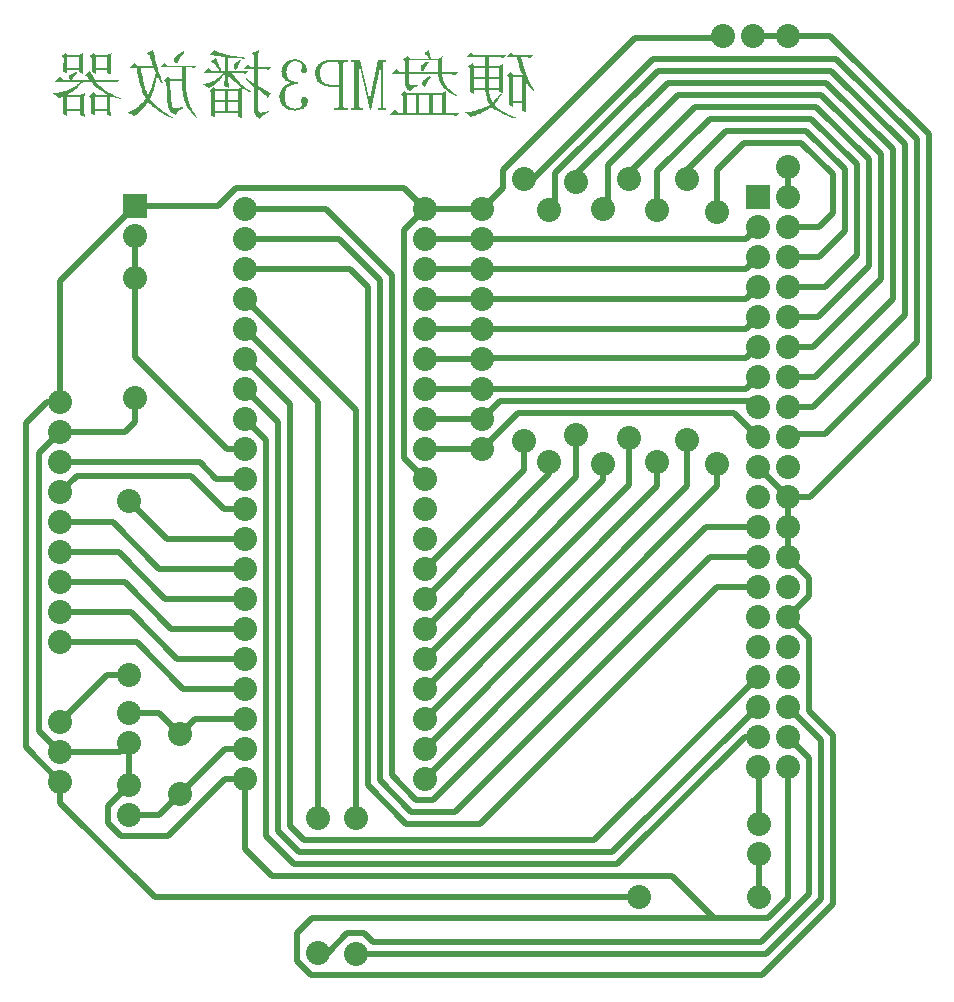
<source format=gbl>
%FSLAX44Y44*%
%MOMM*%
G71*
G01*
G75*
G04 Layer_Physical_Order=2*
G04 Layer_Color=16711680*
%ADD10C,0.5080*%
%ADD11C,2.0320*%
%ADD12R,2.0320X2.0320*%
%ADD13R,2.0320X2.0320*%
G36*
X1067163Y1181693D02*
X1068528Y1181445D01*
X1069829Y1181073D01*
X1070883Y1180639D01*
X1071814Y1180205D01*
X1072186Y1180019D01*
X1072496Y1179833D01*
X1072744Y1179709D01*
X1072930Y1179585D01*
X1072992Y1179461D01*
X1073054D01*
X1073612Y1179027D01*
X1074108Y1178531D01*
X1074542Y1178035D01*
X1074914Y1177539D01*
X1075472Y1176485D01*
X1075844Y1175555D01*
X1076092Y1174687D01*
X1076216Y1174005D01*
X1076278Y1173757D01*
Y1173571D01*
Y1173447D01*
Y1173385D01*
X1076216Y1172703D01*
X1076154Y1172145D01*
X1076030Y1171649D01*
X1075844Y1171277D01*
X1075658Y1171029D01*
X1075534Y1170781D01*
X1075472Y1170719D01*
X1075410Y1170657D01*
X1075100Y1170409D01*
X1074728Y1170223D01*
X1074170Y1170037D01*
X1073922Y1169975D01*
X1073736Y1169913D01*
X1073550D01*
X1073116Y1169975D01*
X1072744Y1170037D01*
X1072434Y1170161D01*
X1072186Y1170285D01*
X1071938Y1170533D01*
X1071814Y1170657D01*
X1071504Y1171277D01*
X1071379Y1171959D01*
X1071318Y1172207D01*
Y1172455D01*
Y1172579D01*
Y1172641D01*
X1071379Y1173137D01*
X1071565Y1173571D01*
X1071752Y1173819D01*
X1071814Y1173881D01*
X1072000Y1174129D01*
X1072124Y1174501D01*
X1072248Y1175307D01*
X1072310Y1175679D01*
Y1176051D01*
Y1176299D01*
Y1176361D01*
X1072248Y1177043D01*
X1072000Y1177663D01*
X1071690Y1178159D01*
X1071318Y1178531D01*
X1070946Y1178841D01*
X1070636Y1179027D01*
X1070387Y1179151D01*
X1070325Y1179213D01*
X1069582Y1179523D01*
X1068900Y1179709D01*
X1068279Y1179895D01*
X1067721Y1179957D01*
X1067288Y1180019D01*
X1066915Y1180081D01*
X1066605D01*
X1065241Y1179957D01*
X1064001Y1179647D01*
X1063009Y1179275D01*
X1062203Y1178779D01*
X1061583Y1178283D01*
X1061149Y1177911D01*
X1060839Y1177601D01*
X1060777Y1177477D01*
X1060157Y1176485D01*
X1059723Y1175431D01*
X1059351Y1174439D01*
X1059165Y1173447D01*
X1059041Y1172641D01*
X1058917Y1171959D01*
Y1171711D01*
Y1171587D01*
Y1171463D01*
Y1171401D01*
X1059041Y1169913D01*
X1059289Y1168611D01*
X1059661Y1167495D01*
X1060095Y1166565D01*
X1060529Y1165821D01*
X1060901Y1165263D01*
X1061149Y1164953D01*
X1061273Y1164829D01*
X1062265Y1164023D01*
X1063381Y1163465D01*
X1064621Y1163031D01*
X1065799Y1162783D01*
X1066915Y1162597D01*
X1067349Y1162535D01*
X1067784D01*
X1068093Y1162473D01*
X1068589D01*
Y1160736D01*
X1067411D01*
X1066357Y1160612D01*
X1065365Y1160489D01*
X1064497Y1160303D01*
X1063691Y1160117D01*
X1062947Y1159868D01*
X1062327Y1159621D01*
X1061769Y1159372D01*
X1061273Y1159125D01*
X1060839Y1158876D01*
X1060529Y1158628D01*
X1060281Y1158443D01*
X1060033Y1158257D01*
X1059909Y1158132D01*
X1059785Y1158071D01*
Y1158008D01*
X1058979Y1156892D01*
X1058421Y1155714D01*
X1057987Y1154536D01*
X1057739Y1153420D01*
X1057553Y1152366D01*
X1057491Y1151932D01*
Y1151560D01*
X1057429Y1151250D01*
Y1151002D01*
Y1150878D01*
Y1150816D01*
Y1149824D01*
X1057553Y1148894D01*
X1057615Y1148026D01*
X1057801Y1147282D01*
X1057925Y1146538D01*
X1058111Y1145856D01*
X1058359Y1145298D01*
X1058545Y1144740D01*
X1058731Y1144244D01*
X1058979Y1143872D01*
X1059165Y1143500D01*
X1059289Y1143252D01*
X1059475Y1143004D01*
X1059537Y1142880D01*
X1059661Y1142756D01*
X1060591Y1141888D01*
X1061645Y1141268D01*
X1062761Y1140772D01*
X1063815Y1140462D01*
X1064807Y1140276D01*
X1065241Y1140214D01*
X1065613D01*
X1065923Y1140152D01*
X1066357D01*
X1067163Y1140214D01*
X1067907Y1140338D01*
X1068652Y1140462D01*
X1069210Y1140648D01*
X1069768Y1140834D01*
X1070139Y1141020D01*
X1070387Y1141082D01*
X1070450Y1141144D01*
X1071069Y1141516D01*
X1071504Y1141950D01*
X1071876Y1142384D01*
X1072062Y1142756D01*
X1072186Y1143128D01*
X1072248Y1143376D01*
X1072310Y1143562D01*
Y1143624D01*
X1072248Y1144182D01*
X1072062Y1144740D01*
X1071876Y1145112D01*
X1071814Y1145174D01*
Y1145236D01*
X1071504Y1145918D01*
X1071379Y1146600D01*
X1071318Y1146910D01*
Y1147158D01*
Y1147282D01*
Y1147344D01*
X1071441Y1147964D01*
X1071628Y1148584D01*
X1071752Y1148832D01*
X1071814Y1149018D01*
X1071938Y1149142D01*
Y1149204D01*
X1072186Y1149576D01*
X1072496Y1149824D01*
X1072868Y1150072D01*
X1073240Y1150196D01*
X1073550Y1150258D01*
X1073798Y1150320D01*
X1074046D01*
X1074418Y1150258D01*
X1074790Y1150134D01*
X1075410Y1149762D01*
X1075658Y1149576D01*
X1075844Y1149390D01*
X1075968Y1149266D01*
X1076030Y1149204D01*
X1076340Y1148770D01*
X1076588Y1148336D01*
X1076774Y1147902D01*
X1076898Y1147468D01*
X1076960Y1147158D01*
X1077022Y1146848D01*
Y1146662D01*
Y1146600D01*
X1076960Y1145980D01*
X1076898Y1145422D01*
X1076526Y1144368D01*
X1076030Y1143376D01*
X1075410Y1142570D01*
X1074790Y1141826D01*
X1074294Y1141330D01*
X1073922Y1141020D01*
X1073860Y1140896D01*
X1073798D01*
X1072558Y1140090D01*
X1071255Y1139470D01*
X1069954Y1139036D01*
X1068714Y1138726D01*
X1067660Y1138540D01*
X1067225Y1138478D01*
X1066853D01*
X1066543Y1138416D01*
X1066109D01*
X1064993Y1138478D01*
X1063939Y1138602D01*
X1062885Y1138726D01*
X1061955Y1138974D01*
X1061087Y1139222D01*
X1060343Y1139532D01*
X1059599Y1139904D01*
X1058917Y1140214D01*
X1058359Y1140524D01*
X1057863Y1140896D01*
X1057429Y1141206D01*
X1057057Y1141454D01*
X1056809Y1141702D01*
X1056623Y1141888D01*
X1056499Y1141950D01*
X1056437Y1142012D01*
X1055817Y1142694D01*
X1055259Y1143376D01*
X1054825Y1144120D01*
X1054453Y1144802D01*
X1053833Y1146228D01*
X1053399Y1147530D01*
X1053151Y1148646D01*
X1053089Y1149142D01*
X1053027Y1149514D01*
X1052965Y1149886D01*
Y1150134D01*
Y1150258D01*
Y1150320D01*
X1053027Y1151498D01*
X1053275Y1152676D01*
X1053585Y1153792D01*
X1053957Y1154784D01*
X1054329Y1155590D01*
X1054639Y1156210D01*
X1054763Y1156458D01*
X1054887Y1156644D01*
X1054949Y1156706D01*
Y1156768D01*
X1055383Y1157388D01*
X1055817Y1157946D01*
X1056933Y1158939D01*
X1058173Y1159807D01*
X1059413Y1160612D01*
X1060529Y1161171D01*
X1061087Y1161419D01*
X1061521Y1161605D01*
X1061893Y1161790D01*
X1062141Y1161915D01*
X1062327Y1161976D01*
X1062389D01*
X1061025Y1162473D01*
X1059785Y1163093D01*
X1058793Y1163713D01*
X1057987Y1164395D01*
X1057367Y1164953D01*
X1056933Y1165387D01*
X1056623Y1165697D01*
X1056561Y1165821D01*
X1055941Y1166813D01*
X1055507Y1167929D01*
X1055135Y1168983D01*
X1054949Y1169975D01*
X1054825Y1170843D01*
X1054701Y1171525D01*
Y1171773D01*
Y1171959D01*
Y1172083D01*
Y1172145D01*
X1054763Y1172765D01*
X1054825Y1173447D01*
X1055135Y1174625D01*
X1055631Y1175741D01*
X1056189Y1176733D01*
X1056747Y1177539D01*
X1057181Y1178159D01*
X1057429Y1178407D01*
X1057553Y1178593D01*
X1057615Y1178655D01*
X1057677Y1178717D01*
X1058235Y1179275D01*
X1058855Y1179771D01*
X1059537Y1180143D01*
X1060157Y1180515D01*
X1061521Y1181073D01*
X1062761Y1181445D01*
X1063877Y1181631D01*
X1064373Y1181755D01*
X1064807D01*
X1065117Y1181817D01*
X1065613D01*
X1067163Y1181693D01*
D02*
G37*
G36*
X893683Y1170285D02*
X894365Y1168983D01*
X895048Y1167743D01*
X895606Y1166689D01*
X896164Y1165759D01*
X896412Y1165387D01*
X896598Y1165077D01*
X896722Y1164829D01*
X896846Y1164643D01*
X896970Y1164519D01*
Y1164457D01*
X917802D01*
X915570Y1162225D01*
X914516Y1162473D01*
X913462Y1162659D01*
X912470Y1162783D01*
X911540Y1162907D01*
X910796D01*
X910176Y1162969D01*
X897714D01*
X899388Y1161108D01*
X901124Y1159435D01*
X902736Y1157946D01*
X904224Y1156768D01*
X904906Y1156210D01*
X905526Y1155776D01*
X906022Y1155342D01*
X906518Y1155032D01*
X906890Y1154784D01*
X907138Y1154598D01*
X907324Y1154474D01*
X907386Y1154412D01*
X909432Y1153172D01*
X911478Y1152118D01*
X913524Y1151126D01*
X915384Y1150258D01*
X916252Y1149886D01*
X917058Y1149576D01*
X917740Y1149266D01*
X918360Y1149018D01*
X918856Y1148832D01*
X919228Y1148708D01*
X919476Y1148584D01*
X919538D01*
X919290Y1147840D01*
X917616Y1148274D01*
X915942Y1148708D01*
X914330Y1149142D01*
X912904Y1149576D01*
X912284Y1149762D01*
X911664Y1149948D01*
X911168Y1150134D01*
X910734Y1150258D01*
X910362Y1150382D01*
X910114Y1150506D01*
X909928Y1150568D01*
X909866D01*
Y1149328D01*
Y1147964D01*
Y1146662D01*
Y1145422D01*
Y1144306D01*
Y1143810D01*
Y1143438D01*
Y1143066D01*
Y1142818D01*
Y1142694D01*
Y1142632D01*
Y1140896D01*
X909928Y1139222D01*
Y1137734D01*
X909990Y1136432D01*
Y1135812D01*
X910052Y1135316D01*
Y1134820D01*
Y1134448D01*
X910114Y1134138D01*
Y1133890D01*
Y1133766D01*
Y1133704D01*
X906642Y1134944D01*
Y1138168D01*
X896970D01*
Y1134448D01*
X893497Y1135688D01*
X893559Y1136370D01*
Y1137176D01*
X893622Y1138168D01*
Y1139160D01*
X893683Y1140276D01*
Y1141392D01*
Y1143748D01*
X893745Y1144802D01*
Y1145856D01*
Y1146786D01*
Y1147654D01*
Y1148336D01*
Y1148894D01*
Y1149204D01*
Y1149328D01*
X892010Y1150816D01*
X895730Y1153792D01*
X897466Y1151560D01*
X907882D01*
X906456Y1152304D01*
X905092Y1153110D01*
X902426Y1154908D01*
X901186Y1155838D01*
X900008Y1156830D01*
X898954Y1157760D01*
X897900Y1158690D01*
X897032Y1159558D01*
X896164Y1160365D01*
X895482Y1161047D01*
X894862Y1161729D01*
X894365Y1162225D01*
X894055Y1162659D01*
X893808Y1162907D01*
X893745Y1162969D01*
X886305D01*
X885437Y1161852D01*
X884569Y1160736D01*
X882523Y1158628D01*
X881531Y1157698D01*
X880477Y1156768D01*
X879423Y1155962D01*
X878369Y1155218D01*
X877439Y1154474D01*
X876571Y1153854D01*
X875765Y1153358D01*
X875021Y1152862D01*
X874463Y1152552D01*
X874029Y1152242D01*
X873781Y1152118D01*
X873657Y1152056D01*
X874153Y1151560D01*
X884569D01*
X888041Y1153296D01*
X887979Y1151498D01*
X887917Y1149762D01*
X887855Y1148150D01*
X887793Y1146662D01*
Y1145980D01*
Y1145360D01*
Y1144802D01*
Y1144368D01*
Y1143996D01*
Y1143748D01*
Y1143562D01*
Y1143500D01*
Y1141578D01*
X887855Y1139780D01*
Y1137982D01*
X887917Y1136432D01*
Y1135750D01*
X887979Y1135130D01*
Y1134572D01*
Y1134076D01*
X888041Y1133704D01*
Y1133456D01*
Y1133270D01*
Y1133208D01*
X884569Y1134448D01*
Y1138168D01*
X873409D01*
Y1134200D01*
X869689Y1135688D01*
X869751Y1136432D01*
Y1137362D01*
X869813Y1138354D01*
Y1139470D01*
X869875Y1141826D01*
Y1144182D01*
X869937Y1145298D01*
Y1146352D01*
Y1147282D01*
Y1148150D01*
Y1148832D01*
Y1149390D01*
Y1149700D01*
Y1149824D01*
X869689Y1150072D01*
X865969Y1148832D01*
X865783Y1149390D01*
X865535Y1149824D01*
X864915Y1150630D01*
X864171Y1151250D01*
X863303Y1151684D01*
X862559Y1151994D01*
X861877Y1152180D01*
X861629Y1152242D01*
X861443Y1152304D01*
X861257D01*
Y1153296D01*
X862745Y1153358D01*
X864171Y1153482D01*
X865535Y1153668D01*
X866837Y1153854D01*
X868077Y1154102D01*
X869193Y1154350D01*
X870247Y1154598D01*
X871177Y1154908D01*
X872045Y1155156D01*
X872851Y1155404D01*
X873471Y1155652D01*
X874029Y1155838D01*
X874463Y1156024D01*
X874773Y1156148D01*
X874959Y1156272D01*
X875021D01*
X877067Y1157326D01*
X878927Y1158443D01*
X880601Y1159621D01*
X881345Y1160117D01*
X882027Y1160675D01*
X882647Y1161108D01*
X883205Y1161543D01*
X883639Y1161976D01*
X884073Y1162287D01*
X884383Y1162597D01*
X884631Y1162783D01*
X884755Y1162907D01*
X884817Y1162969D01*
X862497D01*
X867457Y1167929D01*
X870929Y1164457D01*
X875889D01*
X875517Y1164953D01*
X875207Y1165449D01*
X875021Y1165821D01*
X874897Y1166255D01*
X874773Y1166937D01*
Y1167557D01*
X874959Y1167991D01*
X875145Y1168301D01*
X875331Y1168487D01*
X875393Y1168549D01*
X875765Y1168797D01*
X876137Y1169045D01*
X877129Y1169541D01*
X878183Y1169975D01*
X879237Y1170347D01*
X880229Y1170719D01*
X880663Y1170843D01*
X881097Y1170967D01*
X881407Y1171029D01*
X881655Y1171091D01*
X881779Y1171153D01*
X881841D01*
X882337Y1170409D01*
X881035Y1169417D01*
X879981Y1168425D01*
X879113Y1167433D01*
X878431Y1166503D01*
X877935Y1165697D01*
X877625Y1165015D01*
X877501Y1164767D01*
X877439Y1164643D01*
X877377Y1164519D01*
Y1164457D01*
X893001D01*
X892133Y1165511D01*
X891328Y1166317D01*
X890521Y1166999D01*
X889777Y1167557D01*
X889219Y1167929D01*
X888723Y1168239D01*
X888413Y1168363D01*
X888289Y1168425D01*
X893001Y1171649D01*
X893683Y1170285D01*
D02*
G37*
G36*
X958475Y1176361D02*
X982532D01*
X980547Y1174377D01*
X978315Y1174873D01*
X973603D01*
Y1171897D01*
Y1170471D01*
X973665Y1169169D01*
Y1167867D01*
Y1166689D01*
X973727Y1165573D01*
Y1164581D01*
Y1163651D01*
X973789Y1162783D01*
Y1162101D01*
Y1161480D01*
X973851Y1160984D01*
Y1160675D01*
Y1160426D01*
Y1160365D01*
X973975Y1158008D01*
X974223Y1155652D01*
X974533Y1153482D01*
X974719Y1152428D01*
X974843Y1151498D01*
X975029Y1150630D01*
X975215Y1149824D01*
X975339Y1149080D01*
X975463Y1148522D01*
X975587Y1148026D01*
X975649Y1147654D01*
X975711Y1147406D01*
Y1147344D01*
X976083Y1146104D01*
X976517Y1144802D01*
X977013Y1143562D01*
X977509Y1142322D01*
X978749Y1139904D01*
X979370Y1138788D01*
X979989Y1137796D01*
X980547Y1136804D01*
X981105Y1135936D01*
X981664Y1135130D01*
X982097Y1134448D01*
X982469Y1133952D01*
X982779Y1133518D01*
X982965Y1133270D01*
X983027Y1133208D01*
X982532Y1132464D01*
X981229Y1133704D01*
X980051Y1134882D01*
X978997Y1136122D01*
X978005Y1137300D01*
X977137Y1138478D01*
X976331Y1139594D01*
X975649Y1140648D01*
X975029Y1141640D01*
X974533Y1142570D01*
X974099Y1143376D01*
X973727Y1144120D01*
X973479Y1144802D01*
X973231Y1145298D01*
X973107Y1145670D01*
X972983Y1145918D01*
Y1145980D01*
X972549Y1147344D01*
X972177Y1148770D01*
X971557Y1151746D01*
X971061Y1154722D01*
X970813Y1156148D01*
X970689Y1157512D01*
X970503Y1158814D01*
X970441Y1159993D01*
X970317Y1161047D01*
X970255Y1161915D01*
X970193Y1162659D01*
X970131Y1163217D01*
Y1163589D01*
Y1163713D01*
X960459D01*
X960583Y1161357D01*
X960645Y1159125D01*
X960769Y1157016D01*
X960831Y1156086D01*
Y1155218D01*
X960893Y1154412D01*
X960955Y1153730D01*
Y1153110D01*
X961017Y1152552D01*
Y1152118D01*
X961079Y1151808D01*
Y1151622D01*
Y1151560D01*
X961141Y1150506D01*
X961203Y1149576D01*
X961327Y1148646D01*
X961389Y1147840D01*
X961451Y1147096D01*
X961575Y1146414D01*
X961637Y1145794D01*
X961699Y1145236D01*
X961761Y1144740D01*
X961823Y1144306D01*
X961885Y1143934D01*
X961947Y1143624D01*
X962009Y1143438D01*
X962071Y1143252D01*
Y1143190D01*
Y1143128D01*
X962319Y1142198D01*
X962629Y1141516D01*
X963001Y1141020D01*
X963373Y1140710D01*
X963683Y1140462D01*
X963931Y1140338D01*
X964117Y1140276D01*
X964923D01*
X965357Y1140338D01*
X965915Y1140400D01*
X967031Y1140586D01*
X968209Y1140772D01*
X969325Y1141020D01*
X969821Y1141082D01*
X970255Y1141206D01*
X970627Y1141268D01*
X970875Y1141330D01*
X971061Y1141392D01*
X971123D01*
X971371Y1140400D01*
X970441Y1140028D01*
X969635Y1139656D01*
X968891Y1139284D01*
X968271Y1138788D01*
X967713Y1138354D01*
X967279Y1137920D01*
X966907Y1137486D01*
X966535Y1137052D01*
X966101Y1136184D01*
X965853Y1135564D01*
X965729Y1135316D01*
X965667Y1135130D01*
Y1135006D01*
Y1134944D01*
X964737Y1135254D01*
X963869Y1135502D01*
X963187Y1135812D01*
X962629Y1136122D01*
X962257Y1136308D01*
X961947Y1136494D01*
X961761Y1136618D01*
X961699Y1136680D01*
X960893Y1137486D01*
X960211Y1138292D01*
X960025Y1138664D01*
X959839Y1138912D01*
X959777Y1139098D01*
X959715Y1139160D01*
X959467Y1139780D01*
X959219Y1140400D01*
X958971Y1141082D01*
X958785Y1141764D01*
X958661Y1142322D01*
X958537Y1142818D01*
X958475Y1143128D01*
Y1143252D01*
X958413Y1143562D01*
X958351Y1143872D01*
Y1144306D01*
X958289Y1144864D01*
X958165Y1146042D01*
X958041Y1147406D01*
X957979Y1148894D01*
X957855Y1150568D01*
X957669Y1153978D01*
X957607Y1155652D01*
X957483Y1157264D01*
X957421Y1158753D01*
X957359Y1160054D01*
Y1160612D01*
X957297Y1161171D01*
Y1161605D01*
X957235Y1161976D01*
Y1162287D01*
Y1162535D01*
Y1162659D01*
Y1162721D01*
X955251Y1164209D01*
X958475Y1167433D01*
X960707Y1165201D01*
X970131D01*
Y1174873D01*
X951531D01*
X955747Y1179089D01*
X958475Y1176361D01*
D02*
G37*
G36*
X1020476Y1181321D02*
X1019670Y1179895D01*
X1019050Y1178593D01*
X1018492Y1177415D01*
X1018058Y1176423D01*
X1017748Y1175617D01*
X1017562Y1174997D01*
X1017438Y1174625D01*
X1017376Y1174563D01*
Y1174501D01*
X1017190Y1174005D01*
X1017004Y1173633D01*
X1016818Y1173385D01*
X1016632Y1173199D01*
X1016446Y1173075D01*
X1016260Y1173013D01*
X1015888Y1173075D01*
X1015516Y1173261D01*
X1015268Y1173447D01*
X1015082Y1173695D01*
X1015020Y1173757D01*
X1014586Y1174501D01*
X1014338Y1175245D01*
X1014214Y1175865D01*
Y1176423D01*
X1014276Y1176857D01*
X1014400Y1177167D01*
X1014462Y1177415D01*
X1014524Y1177477D01*
X1014772Y1177787D01*
X1015020Y1178159D01*
X1015764Y1178841D01*
X1016694Y1179585D01*
X1017624Y1180267D01*
X1018492Y1180887D01*
X1019236Y1181383D01*
X1019546Y1181569D01*
X1019794Y1181693D01*
X1019918Y1181817D01*
X1019980D01*
X1020476Y1181321D01*
D02*
G37*
G36*
X1110998Y1179833D02*
X1109014D01*
X1108580Y1179771D01*
X1108270Y1179709D01*
X1108022Y1179585D01*
X1107712Y1179399D01*
X1107588Y1179337D01*
X1107278Y1178903D01*
X1107092Y1178407D01*
X1107030Y1178035D01*
Y1177911D01*
Y1177849D01*
Y1142384D01*
X1107092Y1141764D01*
X1107278Y1141268D01*
X1107464Y1141020D01*
X1107526Y1140896D01*
X1107712Y1140710D01*
X1108022Y1140586D01*
X1108580Y1140462D01*
X1108828Y1140400D01*
X1110998D01*
Y1138912D01*
X1099094D01*
Y1140400D01*
X1100830D01*
X1101512Y1140462D01*
X1102008Y1140648D01*
X1102318Y1140834D01*
X1102442Y1140896D01*
X1102814Y1141330D01*
X1103000Y1141826D01*
X1103062Y1142198D01*
Y1142322D01*
Y1142384D01*
Y1158753D01*
X1095374D01*
X1094444Y1158814D01*
X1093576Y1158876D01*
X1091964Y1159249D01*
X1090476Y1159682D01*
X1089236Y1160240D01*
X1088678Y1160551D01*
X1088244Y1160798D01*
X1087810Y1161047D01*
X1087438Y1161294D01*
X1087190Y1161480D01*
X1087004Y1161605D01*
X1086880Y1161666D01*
X1086818Y1161729D01*
X1086198Y1162349D01*
X1085640Y1162969D01*
X1085144Y1163651D01*
X1084710Y1164333D01*
X1084400Y1165077D01*
X1084090Y1165759D01*
X1083656Y1167185D01*
X1083408Y1168425D01*
X1083346Y1168983D01*
X1083284Y1169479D01*
X1083222Y1169851D01*
Y1170161D01*
Y1170347D01*
Y1170409D01*
X1083284Y1171277D01*
X1083346Y1172083D01*
X1083780Y1173633D01*
X1084276Y1174935D01*
X1084896Y1176113D01*
X1085578Y1176981D01*
X1085826Y1177353D01*
X1086074Y1177663D01*
X1086322Y1177911D01*
X1086508Y1178097D01*
X1086570Y1178159D01*
X1086632Y1178221D01*
X1087314Y1178779D01*
X1087996Y1179275D01*
X1088740Y1179647D01*
X1089546Y1180019D01*
X1091158Y1180577D01*
X1092708Y1180949D01*
X1093390Y1181073D01*
X1094072Y1181135D01*
X1094692Y1181259D01*
X1095188D01*
X1095622Y1181321D01*
X1110998D01*
Y1179833D01*
D02*
G37*
G36*
X1161344Y1153048D02*
X1190856D01*
X1194328Y1155032D01*
X1194266Y1151870D01*
X1194204Y1148646D01*
X1194142Y1145484D01*
Y1143996D01*
X1194080Y1142570D01*
Y1141206D01*
Y1139966D01*
Y1138912D01*
Y1137982D01*
Y1137238D01*
Y1136680D01*
Y1136308D01*
Y1136246D01*
Y1136184D01*
X1205241D01*
X1203008Y1133952D01*
X1201954Y1134200D01*
X1200900Y1134386D01*
X1199908Y1134510D01*
X1198978Y1134634D01*
X1198234D01*
X1197614Y1134696D01*
X1146959D01*
X1151175Y1139408D01*
X1154647Y1136184D01*
X1157624D01*
Y1150320D01*
X1155639Y1152056D01*
X1159360Y1155280D01*
X1161344Y1153048D01*
D02*
G37*
G36*
X1181184Y1167185D02*
X1180068Y1165697D01*
X1179200Y1164395D01*
X1178518Y1163279D01*
X1178022Y1162349D01*
X1177712Y1161605D01*
X1177464Y1161047D01*
X1177340Y1160736D01*
Y1160612D01*
X1177092Y1159868D01*
X1176844Y1159311D01*
X1176534Y1158939D01*
X1176286Y1158690D01*
X1176100Y1158567D01*
X1175914Y1158504D01*
X1175728D01*
X1175356Y1158690D01*
X1175046Y1158939D01*
X1174798Y1159311D01*
X1174550Y1159682D01*
X1174364Y1159993D01*
X1174240Y1160303D01*
X1174116Y1160551D01*
Y1160612D01*
X1173992Y1161294D01*
Y1161915D01*
X1174054Y1162535D01*
X1174240Y1163031D01*
X1174488Y1163465D01*
X1174674Y1163837D01*
X1174798Y1164023D01*
X1174860Y1164085D01*
X1175170Y1164395D01*
X1175480Y1164705D01*
X1176348Y1165325D01*
X1177278Y1165945D01*
X1178270Y1166503D01*
X1179200Y1166999D01*
X1179944Y1167371D01*
X1180254Y1167495D01*
X1180502Y1167619D01*
X1180626Y1167681D01*
X1180688D01*
X1181184Y1167185D01*
D02*
G37*
G36*
X1143487Y1179833D02*
X1142185D01*
X1141875Y1179771D01*
X1141565Y1179709D01*
X1141379Y1179585D01*
X1141069Y1179399D01*
X1141007Y1179337D01*
X1140697Y1178903D01*
X1140573Y1178407D01*
X1140511Y1178035D01*
Y1177911D01*
Y1177849D01*
Y1142384D01*
X1140573Y1141764D01*
X1140759Y1141268D01*
X1140945Y1141020D01*
X1141007Y1140896D01*
X1141193Y1140710D01*
X1141503Y1140586D01*
X1142061Y1140462D01*
X1142309Y1140400D01*
X1143487D01*
Y1138912D01*
X1136047D01*
Y1140400D01*
X1136791D01*
X1137473Y1140462D01*
X1137969Y1140648D01*
X1138279Y1140834D01*
X1138403Y1140896D01*
X1138775Y1141330D01*
X1138961Y1141826D01*
X1139023Y1142198D01*
Y1142322D01*
Y1142384D01*
Y1174129D01*
X1138527D01*
X1130839Y1138912D01*
X1129351D01*
X1120919Y1174873D01*
X1120423D01*
Y1142384D01*
X1120485Y1141764D01*
X1120671Y1141268D01*
X1120857Y1141020D01*
X1120919Y1140896D01*
X1121105Y1140710D01*
X1121415Y1140586D01*
X1121973Y1140462D01*
X1122221Y1140400D01*
X1123895D01*
Y1138912D01*
X1113231D01*
Y1140400D01*
X1114222D01*
X1114904Y1140462D01*
X1115400Y1140648D01*
X1115711Y1140834D01*
X1115835Y1140896D01*
X1116207Y1141330D01*
X1116393Y1141826D01*
X1116455Y1142198D01*
Y1142322D01*
Y1142384D01*
Y1177849D01*
X1116331Y1178531D01*
X1116145Y1178965D01*
X1115959Y1179275D01*
X1115835Y1179337D01*
X1115339Y1179647D01*
X1114781Y1179771D01*
X1114408Y1179833D01*
X1113231D01*
Y1181321D01*
X1121229D01*
X1129041Y1149080D01*
X1129537D01*
X1136543Y1181321D01*
X1143487D01*
Y1179833D01*
D02*
G37*
G36*
X1035295Y1188761D02*
Y1187831D01*
X1035233Y1186777D01*
Y1185661D01*
X1035171Y1183305D01*
X1035109Y1180949D01*
Y1179771D01*
Y1178717D01*
Y1177725D01*
Y1176857D01*
Y1176113D01*
Y1175617D01*
Y1175245D01*
Y1175183D01*
Y1175121D01*
X1045773D01*
X1043541Y1172889D01*
X1041309Y1173633D01*
X1035109D01*
Y1159497D01*
X1037527Y1157946D01*
X1038643Y1157264D01*
X1039697Y1156582D01*
X1040689Y1156024D01*
X1041557Y1155466D01*
X1042425Y1155032D01*
X1043169Y1154598D01*
X1043913Y1154226D01*
X1044471Y1153916D01*
X1045029Y1153668D01*
X1045463Y1153420D01*
X1045835Y1153234D01*
X1046083Y1153172D01*
X1046207Y1153048D01*
X1046269D01*
X1043293Y1149328D01*
X1042797Y1149886D01*
X1042239Y1150444D01*
X1040937Y1151622D01*
X1039635Y1152800D01*
X1038271Y1153978D01*
X1037031Y1154970D01*
X1036535Y1155404D01*
X1036039Y1155776D01*
X1035667Y1156086D01*
X1035357Y1156334D01*
X1035171Y1156458D01*
X1035109Y1156520D01*
Y1139160D01*
X1035171Y1138478D01*
X1035295Y1137982D01*
X1035481Y1137548D01*
X1035667Y1137238D01*
X1035853Y1137052D01*
X1036039Y1136866D01*
X1036163Y1136804D01*
X1036225D01*
X1036473Y1136742D01*
X1037341D01*
X1037899Y1136804D01*
X1039077Y1136990D01*
X1040441Y1137238D01*
X1041681Y1137486D01*
X1042239Y1137610D01*
X1042735Y1137672D01*
X1043169Y1137796D01*
X1043479Y1137858D01*
X1043727Y1137920D01*
X1043789D01*
Y1136928D01*
X1042611Y1136432D01*
X1041557Y1135936D01*
X1040689Y1135440D01*
X1039883Y1134944D01*
X1039201Y1134448D01*
X1038643Y1134014D01*
X1038209Y1133580D01*
X1037775Y1133208D01*
X1037527Y1132836D01*
X1037279Y1132464D01*
X1036969Y1131968D01*
X1036845Y1131596D01*
Y1131534D01*
Y1131472D01*
X1035977Y1131844D01*
X1035233Y1132278D01*
X1034551Y1132712D01*
X1033993Y1133208D01*
X1033497Y1133704D01*
X1033063Y1134138D01*
X1032753Y1134634D01*
X1032505Y1135068D01*
X1032133Y1135874D01*
X1031947Y1136556D01*
X1031885Y1136804D01*
Y1136990D01*
Y1137114D01*
Y1137176D01*
Y1158504D01*
X1024445Y1164953D01*
X1024940Y1165945D01*
X1031885Y1161233D01*
Y1173633D01*
X1022708D01*
X1026429Y1177601D01*
X1028909Y1175121D01*
X1031885D01*
Y1185289D01*
X1029901Y1187025D01*
X1035357Y1189505D01*
X1035295Y1188761D01*
D02*
G37*
G36*
X886491Y1185909D02*
X886429Y1184359D01*
X886367Y1182871D01*
X886305Y1181569D01*
Y1180949D01*
Y1180391D01*
Y1179895D01*
Y1179523D01*
Y1179151D01*
Y1178903D01*
Y1178779D01*
Y1178717D01*
Y1177043D01*
X886367Y1175369D01*
Y1173819D01*
X886429Y1172455D01*
Y1171897D01*
X886491Y1171339D01*
Y1170843D01*
Y1170409D01*
X886553Y1170099D01*
Y1169851D01*
Y1169727D01*
Y1169665D01*
X883081Y1170905D01*
Y1172641D01*
X873409D01*
Y1170161D01*
X869937Y1171401D01*
X869999Y1172083D01*
Y1172827D01*
X870061Y1173633D01*
Y1174563D01*
X870123Y1176423D01*
Y1178345D01*
X870185Y1179213D01*
Y1180081D01*
Y1180825D01*
Y1181507D01*
Y1182065D01*
Y1182437D01*
Y1182747D01*
Y1182809D01*
X868201Y1184545D01*
X871921Y1187521D01*
X873657Y1185289D01*
X883081D01*
X886553Y1187521D01*
X886491Y1185909D01*
D02*
G37*
G36*
X1251618Y1185289D02*
X1267490D01*
X1265258Y1183057D01*
X1264204Y1183305D01*
X1263150Y1183491D01*
X1262158Y1183615D01*
X1261228Y1183739D01*
X1260484D01*
X1259864Y1183801D01*
X1257818D01*
X1258438Y1180887D01*
X1259120Y1178035D01*
X1259926Y1175307D01*
X1260794Y1172703D01*
X1261662Y1170223D01*
X1262592Y1167867D01*
X1263460Y1165697D01*
X1264390Y1163713D01*
X1265258Y1161915D01*
X1266064Y1160303D01*
X1266808Y1158876D01*
X1267428Y1157698D01*
X1267738Y1157202D01*
X1267986Y1156768D01*
X1268172Y1156396D01*
X1268358Y1156086D01*
X1268544Y1155838D01*
X1268668Y1155652D01*
X1268730Y1155590D01*
Y1155528D01*
X1267986Y1155032D01*
X1266870Y1156272D01*
X1265692Y1157636D01*
X1264638Y1159000D01*
X1263646Y1160365D01*
X1262778Y1161605D01*
X1262406Y1162101D01*
X1262096Y1162597D01*
X1261848Y1162969D01*
X1261662Y1163217D01*
X1261600Y1163403D01*
X1261538Y1163465D01*
Y1161666D01*
Y1159930D01*
Y1158318D01*
Y1156706D01*
Y1155218D01*
Y1153792D01*
Y1152366D01*
X1261600Y1151064D01*
Y1149886D01*
Y1148708D01*
Y1147592D01*
Y1146538D01*
X1261662Y1144616D01*
Y1143004D01*
Y1141516D01*
X1261724Y1140338D01*
Y1139346D01*
Y1138540D01*
X1261786Y1137920D01*
Y1137486D01*
Y1137238D01*
Y1137176D01*
X1258314Y1138416D01*
Y1144864D01*
X1250874D01*
Y1141640D01*
X1247402Y1143128D01*
Y1143500D01*
X1247464Y1143996D01*
Y1144554D01*
Y1145174D01*
X1247525Y1145918D01*
Y1146662D01*
Y1148336D01*
X1247588Y1150196D01*
Y1152118D01*
Y1156210D01*
X1247650Y1158132D01*
Y1160054D01*
Y1161790D01*
Y1162597D01*
Y1163341D01*
Y1164023D01*
Y1164581D01*
Y1165139D01*
Y1165573D01*
Y1165945D01*
Y1166193D01*
Y1166379D01*
Y1166441D01*
X1245666Y1168177D01*
X1249386Y1171153D01*
X1251122Y1168673D01*
X1258810D01*
X1257880Y1171153D01*
X1257012Y1173757D01*
X1256206Y1176299D01*
X1255834Y1177477D01*
X1255524Y1178655D01*
X1255214Y1179709D01*
X1254904Y1180701D01*
X1254718Y1181569D01*
X1254470Y1182375D01*
X1254346Y1182933D01*
X1254222Y1183429D01*
X1254098Y1183677D01*
Y1183801D01*
X1244921D01*
X1248890Y1188017D01*
X1251618Y1185289D01*
D02*
G37*
G36*
X1179510Y1189505D02*
X1179572Y1188947D01*
X1179882Y1187769D01*
X1180192Y1186467D01*
X1180502Y1185227D01*
X1180874Y1184111D01*
X1180998Y1183615D01*
X1181184Y1183181D01*
X1181246Y1182809D01*
X1181370Y1182561D01*
X1181432Y1182375D01*
Y1182313D01*
X1187384D01*
X1191104Y1184545D01*
X1191042Y1183491D01*
Y1182375D01*
X1190980Y1180081D01*
X1190918Y1177725D01*
Y1176609D01*
X1190856Y1175555D01*
Y1174563D01*
Y1173633D01*
Y1172765D01*
Y1172083D01*
Y1171463D01*
Y1171029D01*
Y1170781D01*
Y1170657D01*
X1204497D01*
X1202264Y1168425D01*
X1201210Y1168673D01*
X1200156Y1168859D01*
X1199164Y1168983D01*
X1198234Y1169107D01*
X1197490D01*
X1196870Y1169169D01*
X1190856D01*
X1191042Y1167867D01*
X1191228Y1166627D01*
X1191538Y1165511D01*
X1191848Y1164395D01*
X1192220Y1163403D01*
X1192530Y1162535D01*
X1192902Y1161666D01*
X1193274Y1160984D01*
X1193646Y1160303D01*
X1194018Y1159744D01*
X1194328Y1159249D01*
X1194638Y1158876D01*
X1194886Y1158567D01*
X1195010Y1158318D01*
X1195134Y1158195D01*
X1195196Y1158132D01*
X1196622Y1156706D01*
X1198110Y1155404D01*
X1199536Y1154226D01*
X1200963Y1153172D01*
X1201582Y1152676D01*
X1202141Y1152304D01*
X1202699Y1151932D01*
X1203132Y1151622D01*
X1203504Y1151374D01*
X1203753Y1151188D01*
X1203939Y1151126D01*
X1204000Y1151064D01*
X1203753Y1150320D01*
X1202078Y1151126D01*
X1200528Y1151994D01*
X1199102Y1152800D01*
X1197800Y1153544D01*
X1196622Y1154288D01*
X1195630Y1154970D01*
X1194700Y1155652D01*
X1193894Y1156272D01*
X1193212Y1156830D01*
X1192592Y1157326D01*
X1192158Y1157822D01*
X1191724Y1158195D01*
X1191476Y1158443D01*
X1191228Y1158690D01*
X1191166Y1158814D01*
X1191104Y1158876D01*
X1190546Y1159682D01*
X1189988Y1160489D01*
X1189182Y1162225D01*
X1188500Y1163961D01*
X1188004Y1165573D01*
X1187880Y1166317D01*
X1187694Y1166999D01*
X1187570Y1167619D01*
X1187508Y1168115D01*
X1187446Y1168549D01*
X1187384Y1168921D01*
Y1169107D01*
Y1169169D01*
X1162832D01*
Y1161976D01*
X1162894Y1161294D01*
X1163018Y1160861D01*
X1163266Y1160489D01*
X1163514Y1160240D01*
X1163762Y1160117D01*
X1164010Y1160054D01*
X1164134Y1159993D01*
X1164878D01*
X1165746Y1160054D01*
X1166800D01*
X1167854Y1160117D01*
X1168846Y1160179D01*
X1169714D01*
X1170024Y1160240D01*
X1170520D01*
Y1159249D01*
X1169528Y1159062D01*
X1168598Y1158753D01*
X1167854Y1158443D01*
X1167172Y1158132D01*
X1166552Y1157760D01*
X1166056Y1157388D01*
X1165622Y1157016D01*
X1165250Y1156644D01*
X1165002Y1156272D01*
X1164754Y1155962D01*
X1164506Y1155342D01*
X1164382Y1155094D01*
X1164320Y1154908D01*
Y1154846D01*
Y1154784D01*
X1163390Y1155218D01*
X1162646Y1155652D01*
X1161964Y1156148D01*
X1161406Y1156706D01*
X1160910Y1157264D01*
X1160538Y1157885D01*
X1160228Y1158443D01*
X1159979Y1159000D01*
X1159732Y1160054D01*
X1159669Y1160551D01*
X1159607Y1160922D01*
Y1161233D01*
Y1161543D01*
Y1161666D01*
Y1161729D01*
Y1169169D01*
X1147207D01*
X1151423Y1173881D01*
X1154895Y1170657D01*
X1159607D01*
Y1180081D01*
X1157624Y1181817D01*
X1161592Y1184793D01*
X1163328Y1182313D01*
X1179944D01*
X1179448Y1183057D01*
X1179014Y1183739D01*
X1178580Y1184359D01*
X1178146Y1184917D01*
X1177712Y1185413D01*
X1177278Y1185785D01*
X1176534Y1186529D01*
X1175914Y1186963D01*
X1175418Y1187273D01*
X1175108Y1187459D01*
X1174984Y1187521D01*
X1179448Y1190001D01*
X1179510Y1189505D01*
D02*
G37*
G36*
X999210Y1188761D02*
X1000946Y1188141D01*
X1002620Y1187521D01*
X1004232Y1187025D01*
X1004976Y1186777D01*
X1005658Y1186591D01*
X1006278Y1186467D01*
X1006774Y1186281D01*
X1007208Y1186157D01*
X1007580Y1186095D01*
X1007766Y1186033D01*
X1007828D01*
X1009006Y1185785D01*
X1010308Y1185475D01*
X1012912Y1184979D01*
X1015578Y1184545D01*
X1016880Y1184297D01*
X1018058Y1184111D01*
X1019236Y1183925D01*
X1020290Y1183801D01*
X1021282Y1183615D01*
X1022088Y1183553D01*
X1022770Y1183429D01*
X1023267Y1183367D01*
X1023577Y1183305D01*
X1023700D01*
X1023453Y1182313D01*
X1021964Y1182437D01*
X1020538Y1182499D01*
X1019174Y1182561D01*
X1017872Y1182685D01*
X1016632Y1182747D01*
X1015516Y1182871D01*
X1014524Y1182933D01*
X1013532Y1182995D01*
X1012726Y1183057D01*
X1011982Y1183119D01*
X1011300Y1183181D01*
X1010804Y1183243D01*
X1010370D01*
X1010060Y1183305D01*
X1009812D01*
Y1171649D01*
X1026429D01*
X1024445Y1169665D01*
X1022212Y1170161D01*
X1013036D01*
X1014152Y1168549D01*
X1015330Y1166999D01*
X1016446Y1165573D01*
X1017500Y1164333D01*
X1018368Y1163279D01*
X1018802Y1162907D01*
X1019112Y1162535D01*
X1019360Y1162225D01*
X1019546Y1162038D01*
X1019670Y1161915D01*
X1019732Y1161852D01*
X1021220Y1160426D01*
X1022770Y1159062D01*
X1024321Y1157822D01*
X1025808Y1156768D01*
X1026553Y1156272D01*
X1027172Y1155838D01*
X1027731Y1155466D01*
X1028227Y1155156D01*
X1028599Y1154908D01*
X1028909Y1154722D01*
X1029095Y1154598D01*
X1029157Y1154536D01*
X1028909Y1153792D01*
X1027421Y1154412D01*
X1026057Y1155032D01*
X1024817Y1155714D01*
X1023700Y1156334D01*
X1022770Y1156892D01*
X1022398Y1157140D01*
X1022088Y1157326D01*
X1021840Y1157512D01*
X1021592Y1157636D01*
X1021530Y1157760D01*
X1021468D01*
Y1155962D01*
Y1154226D01*
Y1152614D01*
Y1151002D01*
Y1149514D01*
Y1148088D01*
Y1146724D01*
X1021530Y1145422D01*
Y1144182D01*
Y1143066D01*
Y1141950D01*
Y1140896D01*
Y1139966D01*
X1021592Y1139036D01*
Y1137424D01*
Y1135998D01*
X1021654Y1134820D01*
Y1133828D01*
Y1133022D01*
X1021716Y1132464D01*
Y1132030D01*
Y1131782D01*
Y1131720D01*
X1018244Y1132960D01*
Y1136184D01*
X998404D01*
Y1132712D01*
X994932Y1133952D01*
Y1134386D01*
X994994Y1134882D01*
Y1136060D01*
X995056Y1137424D01*
Y1138912D01*
X995118Y1140524D01*
Y1142198D01*
Y1145546D01*
X995180Y1147158D01*
Y1148708D01*
Y1150072D01*
Y1151312D01*
Y1152366D01*
Y1152738D01*
Y1153110D01*
Y1153420D01*
Y1153606D01*
Y1153730D01*
Y1153792D01*
X993196Y1155280D01*
X996668Y1158504D01*
X998900Y1156272D01*
X1018244D01*
X1021220Y1158008D01*
X1020352Y1158567D01*
X1019360Y1159249D01*
X1018430Y1159993D01*
X1017500Y1160798D01*
X1016756Y1161480D01*
X1016074Y1162038D01*
X1015826Y1162287D01*
X1015640Y1162473D01*
X1015578Y1162535D01*
X1015516Y1162597D01*
X1014276Y1163837D01*
X1013160Y1165015D01*
X1012168Y1166131D01*
X1011362Y1167123D01*
X1010680Y1167991D01*
X1010184Y1168611D01*
X1010060Y1168859D01*
X1009936Y1169045D01*
X1009812Y1169107D01*
Y1166813D01*
X1009874Y1164581D01*
Y1163527D01*
Y1162597D01*
X1009936Y1161666D01*
Y1160798D01*
Y1160054D01*
X1009998Y1159311D01*
Y1158753D01*
Y1158195D01*
X1010060Y1157822D01*
Y1157512D01*
Y1157326D01*
Y1157264D01*
X1006340Y1159000D01*
X1006402Y1159682D01*
Y1160426D01*
X1006464Y1161233D01*
Y1162101D01*
X1006526Y1163961D01*
Y1165821D01*
X1006588Y1166689D01*
Y1167495D01*
Y1168239D01*
Y1168859D01*
Y1169417D01*
Y1169789D01*
Y1170099D01*
Y1170161D01*
X1005472Y1168487D01*
X1004356Y1166937D01*
X1003302Y1165635D01*
X1002310Y1164519D01*
X1001504Y1163589D01*
X1001132Y1163217D01*
X1000822Y1162907D01*
X1000574Y1162659D01*
X1000388Y1162473D01*
X1000326Y1162411D01*
X1000264Y1162349D01*
X998962Y1161233D01*
X997722Y1160303D01*
X996482Y1159435D01*
X995366Y1158753D01*
X994374Y1158257D01*
X993940Y1158008D01*
X993630Y1157822D01*
X993320Y1157698D01*
X993134Y1157574D01*
X993010Y1157512D01*
X992948D01*
X992824Y1157885D01*
X992576Y1158195D01*
X992328Y1158504D01*
X992018Y1158753D01*
X991212Y1159249D01*
X990406Y1159621D01*
X989600Y1159930D01*
X988918Y1160117D01*
X988608Y1160179D01*
X988422D01*
X988298Y1160240D01*
X988236D01*
Y1160984D01*
X990034Y1161171D01*
X991770Y1161543D01*
X993382Y1161976D01*
X994808Y1162535D01*
X995428Y1162783D01*
X995986Y1163031D01*
X996482Y1163217D01*
X996854Y1163403D01*
X997226Y1163589D01*
X997474Y1163713D01*
X997598Y1163837D01*
X997660D01*
X999272Y1164829D01*
X1000698Y1165945D01*
X1002000Y1166999D01*
X1003054Y1167991D01*
X1003922Y1168859D01*
X1004542Y1169541D01*
X1004790Y1169789D01*
X1004976Y1169975D01*
X1005038Y1170099D01*
X1005100Y1170161D01*
X988484D01*
X992948Y1174625D01*
X995924Y1171649D01*
X1002868D01*
X1001876Y1172827D01*
X1000884Y1174067D01*
X999892Y1175307D01*
X998962Y1176485D01*
X998156Y1177539D01*
X997784Y1177973D01*
X997474Y1178345D01*
X997226Y1178655D01*
X997040Y1178903D01*
X996978Y1179027D01*
X996916Y1179089D01*
X994684Y1180081D01*
X999644Y1183305D01*
X999892Y1182313D01*
X1000140Y1181321D01*
X1000512Y1180267D01*
X1000822Y1179337D01*
X1001132Y1178469D01*
X1001380Y1177849D01*
X1001504Y1177601D01*
X1001566Y1177415D01*
X1001628Y1177291D01*
Y1177229D01*
X1002186Y1175989D01*
X1002682Y1174873D01*
X1003116Y1173881D01*
X1003550Y1173075D01*
X1003860Y1172455D01*
X1004108Y1172021D01*
X1004294Y1171773D01*
X1004356Y1171649D01*
X1006588D01*
Y1183801D01*
X1004790Y1184049D01*
X1003240Y1184297D01*
X1001752Y1184483D01*
X1000512Y1184669D01*
X999396Y1184793D01*
X998404Y1184917D01*
X997536Y1185041D01*
X996792Y1185103D01*
X996172Y1185165D01*
X995676Y1185227D01*
X995242D01*
X994932Y1185289D01*
X994436D01*
X997660Y1189505D01*
X999210Y1188761D01*
D02*
G37*
G36*
X910796Y1185847D02*
X910734Y1184173D01*
X910672Y1182623D01*
X910610Y1181197D01*
Y1180577D01*
Y1180019D01*
Y1179461D01*
Y1179027D01*
Y1178717D01*
Y1178469D01*
Y1178283D01*
Y1178221D01*
Y1176423D01*
X910672Y1174625D01*
Y1173013D01*
X910734Y1171525D01*
Y1170843D01*
X910796Y1170223D01*
Y1169727D01*
Y1169293D01*
X910858Y1168921D01*
Y1168673D01*
Y1168487D01*
Y1168425D01*
X907386Y1170161D01*
Y1172641D01*
X897466D01*
Y1169665D01*
X893994Y1171153D01*
X894055Y1171711D01*
Y1172455D01*
X894118Y1173261D01*
Y1174129D01*
X894180Y1176051D01*
Y1178035D01*
X894241Y1178965D01*
Y1179833D01*
Y1180639D01*
Y1181383D01*
Y1181941D01*
Y1182437D01*
Y1182685D01*
Y1182809D01*
X892010Y1184297D01*
X895978Y1187521D01*
X897714Y1185289D01*
X907386D01*
X910858Y1187521D01*
X910796Y1185847D01*
D02*
G37*
G36*
X946819Y1187211D02*
X947377Y1184483D01*
X947997Y1181817D01*
X948617Y1179213D01*
X949237Y1176795D01*
X949919Y1174501D01*
X950601Y1172331D01*
X951221Y1170347D01*
X951841Y1168487D01*
X952399Y1166875D01*
X952895Y1165449D01*
X953391Y1164209D01*
X953577Y1163713D01*
X953763Y1163279D01*
X953887Y1162907D01*
X954011Y1162535D01*
X954135Y1162287D01*
X954197Y1162101D01*
X954259Y1162038D01*
Y1161976D01*
X953515Y1161480D01*
X953329Y1161605D01*
X953143Y1161852D01*
X952833Y1162287D01*
X952523Y1162721D01*
X952213Y1163341D01*
X951841Y1163961D01*
X951097Y1165325D01*
X950415Y1166627D01*
X950105Y1167247D01*
X949857Y1167805D01*
X949609Y1168239D01*
X949423Y1168611D01*
X949361Y1168859D01*
X949299Y1168921D01*
X949051Y1166813D01*
X948679Y1164767D01*
X948307Y1162783D01*
X947873Y1160922D01*
X947439Y1159125D01*
X946943Y1157450D01*
X946447Y1155900D01*
X945951Y1154474D01*
X945517Y1153172D01*
X945083Y1151994D01*
X944649Y1151002D01*
X944339Y1150134D01*
X944029Y1149514D01*
X943781Y1149018D01*
X943657Y1148708D01*
X943595Y1148584D01*
X944897Y1146848D01*
X946323Y1145174D01*
X947811Y1143624D01*
X949423Y1142136D01*
X950973Y1140710D01*
X952585Y1139408D01*
X954135Y1138230D01*
X955623Y1137114D01*
X957111Y1136122D01*
X958413Y1135254D01*
X959591Y1134510D01*
X960645Y1133890D01*
X961513Y1133394D01*
X962133Y1133022D01*
X962381Y1132898D01*
X962567Y1132774D01*
X962629Y1132712D01*
X962691D01*
X962443Y1131968D01*
X960211Y1132836D01*
X958041Y1133828D01*
X956057Y1134882D01*
X954073Y1135998D01*
X952275Y1137176D01*
X950601Y1138354D01*
X949051Y1139470D01*
X947563Y1140586D01*
X946323Y1141640D01*
X945145Y1142632D01*
X944153Y1143562D01*
X943347Y1144306D01*
X942727Y1144988D01*
X942231Y1145422D01*
X941983Y1145732D01*
X941859Y1145856D01*
X940867Y1144492D01*
X939813Y1143190D01*
X938821Y1141950D01*
X937766Y1140834D01*
X936712Y1139718D01*
X935721Y1138726D01*
X934728Y1137796D01*
X933798Y1136990D01*
X932992Y1136246D01*
X932186Y1135564D01*
X931504Y1135006D01*
X930884Y1134572D01*
X930388Y1134200D01*
X930016Y1133952D01*
X929768Y1133766D01*
X929706Y1133704D01*
X929520Y1134138D01*
X929272Y1134510D01*
X928962Y1134882D01*
X928590Y1135130D01*
X927722Y1135564D01*
X926792Y1135874D01*
X925924Y1136060D01*
X925180Y1136122D01*
X924932Y1136184D01*
X924498D01*
Y1137176D01*
X926048Y1137610D01*
X927536Y1138230D01*
X928962Y1138974D01*
X930326Y1139780D01*
X931690Y1140710D01*
X932930Y1141640D01*
X934170Y1142632D01*
X935225Y1143624D01*
X936279Y1144616D01*
X937147Y1145484D01*
X937952Y1146352D01*
X938634Y1147096D01*
X939131Y1147716D01*
X939565Y1148150D01*
X939813Y1148460D01*
X939875Y1148584D01*
X938821Y1150320D01*
X937890Y1152242D01*
X937022Y1154288D01*
X936217Y1156396D01*
X935535Y1158567D01*
X934853Y1160736D01*
X934294Y1162907D01*
X933736Y1164953D01*
X933302Y1166937D01*
X932930Y1168735D01*
X932620Y1170409D01*
X932496Y1171153D01*
X932372Y1171835D01*
X932248Y1172455D01*
X932186Y1173013D01*
X932124Y1173447D01*
X932062Y1173881D01*
X932000Y1174191D01*
X931938Y1174439D01*
Y1174563D01*
Y1174625D01*
X925490D01*
X929954Y1179089D01*
X932930Y1176113D01*
X946075D01*
X945517Y1177725D01*
X944959Y1179337D01*
X944401Y1180949D01*
X943905Y1182437D01*
X943657Y1183057D01*
X943471Y1183677D01*
X943285Y1184173D01*
X943161Y1184669D01*
X943037Y1185041D01*
X942913Y1185289D01*
X942851Y1185475D01*
Y1185537D01*
X940619Y1186777D01*
X946323Y1190001D01*
X946819Y1187211D01*
D02*
G37*
G36*
X972611Y1188017D02*
X971867Y1187149D01*
X971185Y1186343D01*
X970565Y1185599D01*
X970007Y1184917D01*
X969573Y1184235D01*
X969139Y1183615D01*
X968457Y1182623D01*
X968023Y1181755D01*
X967713Y1181197D01*
X967589Y1180825D01*
X967527Y1180701D01*
X967341Y1180267D01*
X967217Y1179833D01*
X966845Y1179213D01*
X966535Y1178841D01*
X966225Y1178531D01*
X965915Y1178407D01*
X965729Y1178345D01*
X965543D01*
X965171Y1178531D01*
X964799Y1178779D01*
X964489Y1179151D01*
X964241Y1179523D01*
X964055Y1179833D01*
X963931Y1180143D01*
X963807Y1180391D01*
Y1180453D01*
X963683Y1181135D01*
Y1181817D01*
X963869Y1182437D01*
X964055Y1182933D01*
X964303Y1183429D01*
X964551Y1183739D01*
X964737Y1183987D01*
X964799Y1184049D01*
X965171Y1184359D01*
X965605Y1184731D01*
X966101Y1185103D01*
X966597Y1185537D01*
X967837Y1186281D01*
X969077Y1187087D01*
X970193Y1187707D01*
X970751Y1188017D01*
X971185Y1188265D01*
X971557Y1188451D01*
X971867Y1188637D01*
X972053Y1188699D01*
X972115Y1188761D01*
X972611Y1188017D01*
D02*
G37*
G36*
X1218137Y1185289D02*
X1244673D01*
X1242441Y1183057D01*
X1241387Y1183305D01*
X1240333Y1183491D01*
X1239341Y1183615D01*
X1238411Y1183739D01*
X1237667D01*
X1237047Y1183801D01*
X1230041D01*
Y1176113D01*
X1239217D01*
X1242689Y1177601D01*
X1242627Y1175555D01*
X1242565Y1173385D01*
X1242503Y1171277D01*
X1242441Y1169293D01*
Y1168363D01*
Y1167495D01*
Y1166751D01*
Y1166069D01*
Y1165573D01*
Y1165139D01*
Y1164891D01*
Y1164829D01*
Y1163465D01*
Y1162162D01*
Y1160922D01*
X1242503Y1159807D01*
Y1158753D01*
Y1157760D01*
X1242565Y1156892D01*
Y1156086D01*
Y1155404D01*
X1242627Y1154784D01*
Y1154288D01*
Y1153854D01*
X1242689Y1153482D01*
Y1153234D01*
Y1153110D01*
Y1153048D01*
X1239217Y1154288D01*
Y1156024D01*
X1230289D01*
X1230661Y1153854D01*
X1231095Y1151870D01*
X1231653Y1150134D01*
X1231901Y1149328D01*
X1232149Y1148584D01*
X1232459Y1147902D01*
X1232707Y1147344D01*
X1232893Y1146848D01*
X1233141Y1146414D01*
X1233265Y1146042D01*
X1233389Y1145794D01*
X1233513Y1145670D01*
Y1145608D01*
X1234691Y1146662D01*
X1235869Y1147840D01*
X1236985Y1149080D01*
X1238101Y1150258D01*
X1239031Y1151374D01*
X1239465Y1151808D01*
X1239775Y1152242D01*
X1240085Y1152552D01*
X1240271Y1152862D01*
X1240395Y1152986D01*
X1240457Y1153048D01*
X1241201Y1152552D01*
X1240085Y1150692D01*
X1238969Y1148894D01*
X1237915Y1147344D01*
X1236985Y1146042D01*
X1236551Y1145422D01*
X1236179Y1144926D01*
X1235807Y1144430D01*
X1235559Y1144058D01*
X1235311Y1143748D01*
X1235125Y1143562D01*
X1235063Y1143438D01*
X1235001Y1143376D01*
X1236179Y1142260D01*
X1237481Y1141144D01*
X1238907Y1140090D01*
X1240333Y1139098D01*
X1241821Y1138168D01*
X1243371Y1137300D01*
X1244859Y1136494D01*
X1246285Y1135750D01*
X1247650Y1135068D01*
X1248952Y1134448D01*
X1250130Y1133952D01*
X1251122Y1133518D01*
X1251928Y1133146D01*
X1252548Y1132898D01*
X1252796Y1132836D01*
X1252982Y1132774D01*
X1253044Y1132712D01*
X1253106D01*
X1252858Y1131968D01*
X1250564Y1132526D01*
X1248456Y1133146D01*
X1246410Y1133890D01*
X1244488Y1134634D01*
X1242689Y1135440D01*
X1241077Y1136246D01*
X1239527Y1137052D01*
X1238163Y1137858D01*
X1236923Y1138602D01*
X1235869Y1139284D01*
X1234939Y1139966D01*
X1234133Y1140524D01*
X1233575Y1140958D01*
X1233141Y1141330D01*
X1232831Y1141578D01*
X1232769Y1141640D01*
X1231405Y1140586D01*
X1229917Y1139656D01*
X1228429Y1138726D01*
X1226879Y1137858D01*
X1225391Y1137114D01*
X1223903Y1136370D01*
X1222415Y1135750D01*
X1220989Y1135192D01*
X1219687Y1134634D01*
X1218509Y1134200D01*
X1217393Y1133828D01*
X1216463Y1133518D01*
X1215719Y1133270D01*
X1215161Y1133084D01*
X1214789Y1133022D01*
X1214665Y1132960D01*
X1214169Y1133890D01*
X1213611Y1134634D01*
X1212867Y1135254D01*
X1212185Y1135750D01*
X1211503Y1136060D01*
X1210945Y1136246D01*
X1210573Y1136370D01*
X1210511Y1136432D01*
X1210449D01*
Y1137176D01*
X1212681Y1137362D01*
X1214851Y1137610D01*
X1216835Y1137982D01*
X1218819Y1138416D01*
X1220617Y1138912D01*
X1222291Y1139408D01*
X1223841Y1140028D01*
X1225267Y1140586D01*
X1226569Y1141144D01*
X1227747Y1141702D01*
X1228677Y1142260D01*
X1229545Y1142694D01*
X1230165Y1143066D01*
X1230661Y1143376D01*
X1230909Y1143562D01*
X1231033Y1143624D01*
X1229917Y1145918D01*
X1229049Y1148150D01*
X1228367Y1150258D01*
X1228057Y1151250D01*
X1227809Y1152180D01*
X1227623Y1152986D01*
X1227499Y1153730D01*
X1227313Y1154412D01*
X1227251Y1154970D01*
X1227127Y1155404D01*
Y1155776D01*
X1227065Y1155962D01*
Y1156024D01*
X1217889D01*
Y1152552D01*
X1214417Y1154040D01*
Y1154412D01*
X1214479Y1154846D01*
Y1155342D01*
Y1155900D01*
X1214541Y1157202D01*
Y1158628D01*
X1214603Y1160240D01*
Y1161915D01*
Y1165387D01*
X1214665Y1167061D01*
Y1168673D01*
Y1170161D01*
Y1171463D01*
Y1172083D01*
Y1172579D01*
Y1173013D01*
Y1173385D01*
Y1173695D01*
Y1173943D01*
Y1174067D01*
Y1174129D01*
X1212929Y1175865D01*
X1216649Y1178593D01*
X1218137Y1176113D01*
X1226817D01*
Y1183801D01*
X1210945D01*
X1214913Y1188017D01*
X1218137Y1185289D01*
D02*
G37*
%LPC*%
G36*
X884569Y1150072D02*
X873409D01*
Y1139656D01*
X884569D01*
Y1150072D01*
D02*
G37*
G36*
X1006588Y1154784D02*
X998404D01*
Y1147096D01*
X1006588D01*
Y1154784D01*
D02*
G37*
G36*
X1258314Y1167185D02*
X1250874D01*
Y1146352D01*
X1258314D01*
Y1167185D01*
D02*
G37*
G36*
X906642Y1150072D02*
X896970D01*
Y1139656D01*
X906642D01*
Y1150072D01*
D02*
G37*
G36*
X1179696Y1151560D02*
X1171512D01*
Y1136184D01*
X1179696D01*
Y1151560D01*
D02*
G37*
G36*
X1168288D02*
X1160848D01*
Y1136184D01*
X1168288D01*
Y1151560D01*
D02*
G37*
G36*
X1190856D02*
X1182920D01*
Y1136184D01*
X1190856D01*
Y1151560D01*
D02*
G37*
G36*
X1018244Y1145608D02*
X1009812D01*
Y1137672D01*
X1018244D01*
Y1145608D01*
D02*
G37*
G36*
X1006588D02*
X998404D01*
Y1137672D01*
X1006588D01*
Y1145608D01*
D02*
G37*
G36*
X1239217Y1174625D02*
X1230041D01*
Y1166937D01*
X1239217D01*
Y1174625D01*
D02*
G37*
G36*
X1226817D02*
X1217889D01*
Y1166937D01*
X1226817D01*
Y1174625D01*
D02*
G37*
G36*
X1187384Y1180825D02*
X1162832D01*
Y1170657D01*
X1187384D01*
Y1180825D01*
D02*
G37*
G36*
X907386Y1183801D02*
X897466D01*
Y1174129D01*
X907386D01*
Y1183801D01*
D02*
G37*
G36*
X883081D02*
X873409D01*
Y1174129D01*
X883081D01*
Y1183801D01*
D02*
G37*
G36*
X946571Y1174625D02*
X935658D01*
X936093Y1171711D01*
X936589Y1168983D01*
X937085Y1166503D01*
X937580Y1164209D01*
X938076Y1162162D01*
X938572Y1160240D01*
X939131Y1158567D01*
X939565Y1157078D01*
X940061Y1155714D01*
X940495Y1154598D01*
X940867Y1153668D01*
X941177Y1152924D01*
X941487Y1152304D01*
X941673Y1151870D01*
X941797Y1151622D01*
X941859Y1151560D01*
X943409Y1155032D01*
X944773Y1158443D01*
X945331Y1160054D01*
X945889Y1161666D01*
X946323Y1163155D01*
X946757Y1164581D01*
X947129Y1165883D01*
X947439Y1167061D01*
X947687Y1168053D01*
X947935Y1168983D01*
X948121Y1169665D01*
X948183Y1170223D01*
X948307Y1170533D01*
Y1170657D01*
X947749Y1172145D01*
X947439Y1172765D01*
X947129Y1173385D01*
X946943Y1173881D01*
X946757Y1174315D01*
X946633Y1174563D01*
X946571Y1174625D01*
D02*
G37*
G36*
X1018244Y1154784D02*
X1009812D01*
Y1147096D01*
X1018244D01*
Y1154784D01*
D02*
G37*
G36*
X1226817Y1165449D02*
X1217889D01*
Y1157512D01*
X1227065D01*
X1226817Y1165449D01*
D02*
G37*
G36*
X1101016Y1179833D02*
X1096428D01*
X1095560Y1179709D01*
X1094754Y1179647D01*
X1093948Y1179461D01*
X1093266Y1179275D01*
X1092646Y1179089D01*
X1092088Y1178903D01*
X1091592Y1178655D01*
X1090786Y1178221D01*
X1090228Y1177849D01*
X1089918Y1177601D01*
X1089794Y1177477D01*
X1088988Y1176485D01*
X1088430Y1175369D01*
X1087996Y1174129D01*
X1087748Y1172951D01*
X1087562Y1171835D01*
X1087500Y1171401D01*
Y1170967D01*
X1087438Y1170657D01*
Y1170409D01*
Y1170223D01*
Y1170161D01*
Y1169169D01*
X1087562Y1168239D01*
X1087686Y1167433D01*
X1087872Y1166689D01*
X1088120Y1165945D01*
X1088368Y1165325D01*
X1088616Y1164767D01*
X1088864Y1164271D01*
X1089112Y1163837D01*
X1089360Y1163465D01*
X1089856Y1162907D01*
X1090166Y1162597D01*
X1090228Y1162473D01*
X1090290D01*
X1091406Y1161729D01*
X1092522Y1161171D01*
X1093638Y1160798D01*
X1094630Y1160551D01*
X1095560Y1160365D01*
X1096242Y1160303D01*
X1096490Y1160240D01*
X1103062D01*
Y1177849D01*
X1102938Y1178531D01*
X1102752Y1178965D01*
X1102566Y1179275D01*
X1102442Y1179337D01*
X1101946Y1179647D01*
X1101388Y1179771D01*
X1101016Y1179833D01*
D02*
G37*
G36*
X1239217Y1165449D02*
X1230041D01*
X1230289Y1157512D01*
X1239217D01*
Y1165449D01*
D02*
G37*
%LPD*%
G36*
X1179696Y1179585D02*
X1178642Y1178407D01*
X1177836Y1177229D01*
X1177154Y1176113D01*
X1176596Y1175183D01*
X1176224Y1174315D01*
X1175914Y1173695D01*
X1175852Y1173447D01*
X1175790Y1173261D01*
X1175728Y1173199D01*
Y1173137D01*
X1175542Y1172579D01*
X1175356Y1172207D01*
X1175108Y1171897D01*
X1174922Y1171711D01*
X1174674Y1171587D01*
X1174488Y1171525D01*
X1174240D01*
X1174054Y1171649D01*
X1173682Y1171835D01*
X1173372Y1172145D01*
X1173186Y1172393D01*
X1173124Y1172517D01*
X1172876Y1173013D01*
X1172690Y1173447D01*
X1172442Y1174253D01*
Y1174997D01*
X1172504Y1175617D01*
X1172690Y1176113D01*
X1172876Y1176423D01*
X1173062Y1176671D01*
X1173124Y1176733D01*
X1173434Y1177043D01*
X1173868Y1177353D01*
X1174736Y1177973D01*
X1175728Y1178593D01*
X1176782Y1179151D01*
X1177712Y1179647D01*
X1178456Y1180019D01*
X1178766Y1180143D01*
X1179014Y1180267D01*
X1179138Y1180329D01*
X1179200D01*
X1179696Y1179585D01*
D02*
G37*
D10*
X1354075Y1200150D02*
X1428750D01*
X1242060Y1088135D02*
X1354075Y1200150D01*
X1454150Y1201420D02*
X1483360D01*
X1242060Y1073150D02*
Y1088135D01*
X1224280Y1055370D02*
X1242060Y1073150D01*
X1281430Y830580D02*
Y840740D01*
X1176020Y725170D02*
X1281430Y830580D01*
X1304290Y828040D02*
Y863600D01*
X1176020Y699770D02*
X1304290Y828040D01*
X1348740Y821690D02*
Y859790D01*
X1176020Y648970D02*
X1348740Y821690D01*
X1327150Y825500D02*
Y839470D01*
X1176020Y674370D02*
X1327150Y825500D01*
X1437640Y882650D02*
X1457960Y862330D01*
X1254760Y882650D02*
X1437640D01*
X1224280Y852170D02*
X1254760Y882650D01*
X1423670Y820420D02*
Y839470D01*
X1176020Y572770D02*
X1423670Y820420D01*
X1398270D02*
Y859790D01*
X1176020Y598170D02*
X1398270Y820420D01*
X1372870D02*
Y840740D01*
X1176020Y623570D02*
X1372870Y820420D01*
X1259840Y834390D02*
Y858520D01*
X1176020Y750570D02*
X1259840Y834390D01*
X1224280Y928370D02*
Y928625D01*
X1158240Y844550D02*
X1176020Y826770D01*
X1158240Y844550D02*
Y1037335D01*
X1176020Y1055115D01*
Y1055370D01*
X925830Y567435D02*
Y567690D01*
Y807720D02*
X957580Y775970D01*
X1023620D01*
X951230Y750570D02*
X1023620D01*
X911860Y789940D02*
X951230Y750570D01*
X867410Y789940D02*
X911860D01*
X916940Y764540D02*
X956310Y725170D01*
X867410Y764540D02*
X916940D01*
X956310Y725170D02*
X1023620D01*
X1005840Y801370D02*
X1023620D01*
X977900Y829310D02*
X1005840Y801370D01*
X881380Y829310D02*
X977900D01*
X999490Y826770D02*
X1023620D01*
X985520Y840740D02*
X999490Y826770D01*
X867410Y840740D02*
X985520D01*
X867410Y815340D02*
X881380Y829310D01*
X906780Y660400D02*
X925830D01*
X867410Y621030D02*
X906780Y660400D01*
X971550Y648970D02*
X1023620D01*
X932180Y688340D02*
X971550Y648970D01*
X867410Y688340D02*
X932180D01*
X966470Y674370D02*
X1023620D01*
X927100Y713740D02*
X966470Y674370D01*
X867410Y713740D02*
X927100D01*
X961390Y699770D02*
X1023620D01*
X922020Y739140D02*
X961390Y699770D01*
X867410Y739140D02*
X922020D01*
X1483360Y471425D02*
Y582930D01*
X1457960D02*
X1459230Y581660D01*
Y534670D02*
Y581660D01*
Y472440D02*
Y509270D01*
X838200Y873760D02*
X855980Y891540D01*
X867410D01*
X838200Y599440D02*
Y873760D01*
Y599440D02*
X867410Y570230D01*
X849630Y613410D02*
X867410Y595630D01*
X849630Y613410D02*
Y848105D01*
X867410Y865885D01*
Y866140D01*
X1023620Y902970D02*
X1051560Y875030D01*
X1023620Y877315D02*
X1041400Y859535D01*
X1023620Y877315D02*
Y877570D01*
X925830Y567690D02*
Y603250D01*
X951230Y628650D02*
X969010Y610870D01*
X925830Y628650D02*
X951230D01*
Y542290D02*
X969010Y560070D01*
X925830Y542290D02*
X951230D01*
X918210Y595630D02*
X925830Y603250D01*
X867410Y595630D02*
X918210D01*
X867410Y866140D02*
X922020D01*
X930910Y875030D01*
Y895350D01*
X1008380Y852170D02*
X1023620D01*
X930910Y929640D02*
X1008380Y852170D01*
X930910Y929640D02*
Y996950D01*
Y1032510D01*
X867410Y891540D02*
Y994410D01*
X930910Y1057910D01*
X867410Y595630D02*
Y595885D01*
X1176020Y852170D02*
X1224280D01*
X1176020Y877570D02*
X1224280D01*
X1176020Y902970D02*
X1224280D01*
X1176020Y928370D02*
X1224280D01*
X1176020Y953770D02*
X1224280D01*
X1176020Y979170D02*
X1224280D01*
X1176020Y1004570D02*
X1224280D01*
X1176020Y1029970D02*
X1224280D01*
X1176020Y1055370D02*
X1224280D01*
X1423670Y1052830D02*
Y1088390D01*
X1521460Y1051560D02*
Y1084580D01*
X1510030Y1040130D02*
X1521460Y1051560D01*
X1483360Y1040130D02*
X1510030D01*
X1423670Y1088390D02*
X1446530Y1111250D01*
X1494790D01*
X1521460Y1084580D01*
X1498998Y1121410D02*
X1531620Y1088788D01*
X1503207Y1131570D02*
X1541780Y1092997D01*
Y1016000D02*
Y1092997D01*
X1515110Y989330D02*
X1541780Y1016000D01*
X1483360Y989330D02*
X1515110D01*
X1507415Y1141730D02*
X1551940Y1097205D01*
Y1007110D02*
Y1097205D01*
X1508760Y963930D02*
X1551940Y1007110D01*
X1483360Y963930D02*
X1508760D01*
X1327150Y1055370D02*
X1330960Y1059180D01*
X1511624Y1151890D02*
X1562100Y1101414D01*
Y995680D02*
Y1101414D01*
X1504950Y938530D02*
X1562100Y995680D01*
X1483360Y938530D02*
X1504950D01*
X1515832Y1162050D02*
X1572260Y1105622D01*
Y979170D02*
Y1105622D01*
X1506220Y913130D02*
X1572260Y979170D01*
X1483360Y913130D02*
X1506220D01*
X1281430Y1054100D02*
X1286510Y1059180D01*
Y1085595D01*
X1373125Y1172210D01*
X1520040D01*
X1582420Y1109830D01*
Y965200D02*
Y1109830D01*
X1504950Y887730D02*
X1582420Y965200D01*
X1483360Y887730D02*
X1504950D01*
X1259840Y1080770D02*
X1267317D01*
X1368917Y1182370D01*
X1524249D01*
X1592580Y1114039D01*
X1483360Y862330D02*
X1485900Y864870D01*
X1051560Y528320D02*
Y875030D01*
X1041400Y524112D02*
Y859535D01*
X1023620Y1055370D02*
X1092200D01*
X1148080Y999490D01*
Y575565D02*
Y999490D01*
Y575565D02*
X1168655Y554990D01*
X1183385D01*
X1414525Y786130D01*
X1457960D01*
X1023620Y1029970D02*
X1103232D01*
X1137920Y995282D01*
Y571357D02*
Y995282D01*
Y571357D02*
X1164447Y544830D01*
X1023620Y1004570D02*
X1112520D01*
X1127760Y989330D01*
Y567149D02*
Y989330D01*
Y567149D02*
X1160238Y534670D01*
X1023620Y928115D02*
Y928370D01*
Y928115D02*
X1061720Y890015D01*
Y532528D02*
Y890015D01*
X1041400Y524112D02*
X1065132Y500380D01*
X1338978D01*
X1051560Y528320D02*
X1069340Y510540D01*
X1334770D01*
X1457960Y633730D01*
X1338978Y500380D02*
X1446928Y608330D01*
X1457960D01*
X1592580Y942340D02*
Y1114039D01*
X1485900Y864870D02*
X1515110D01*
X1592580Y942340D01*
X908050Y549655D02*
X925830Y567435D01*
X930910Y1057910D02*
X1001015D01*
X1016255Y1073150D01*
X1158240D01*
X1176020Y1055370D01*
X1061720Y532528D02*
X1073548Y520700D01*
X1319530D01*
X1457960Y659130D01*
X1023620Y979170D02*
X1117600Y885190D01*
Y539750D02*
Y885190D01*
X1023620Y953515D02*
Y953770D01*
X1501140Y474837D02*
Y590550D01*
X1483360Y608330D02*
X1501140Y590550D01*
X1117600Y424180D02*
X1464852D01*
X1511300Y470629D01*
Y605535D01*
X1483360Y633475D02*
X1511300Y605535D01*
X1483360Y633475D02*
Y633730D01*
Y786130D02*
Y811530D01*
Y760730D02*
Y786130D01*
Y760475D02*
Y760730D01*
Y760475D02*
X1501140Y742695D01*
Y727710D02*
Y742695D01*
X1483360Y709930D02*
X1501140Y727710D01*
X1483360Y709675D02*
Y709930D01*
Y709675D02*
X1501140Y691895D01*
Y630063D02*
Y691895D01*
Y630063D02*
X1521460Y609743D01*
Y466420D02*
Y609743D01*
X1457960Y836930D02*
X1483360Y811530D01*
Y1065530D02*
Y1090930D01*
X1461440Y406400D02*
X1521460Y466420D01*
X1466595Y454660D02*
X1483360Y471425D01*
X1160238Y534670D02*
X1223010D01*
X1423670Y735330D01*
X1457960D01*
X1164447Y544830D02*
X1201420D01*
X1417320Y760730D01*
X1457960D01*
X1304290Y1078230D02*
Y1084580D01*
X1381760Y1162050D01*
X1515832D01*
X1330960Y1059180D02*
Y1092200D01*
X1390650Y1151890D01*
X1511624D01*
X1348740Y1080770D02*
Y1085850D01*
X1404620Y1141730D01*
X1507415D01*
X1372870Y1054100D02*
Y1087120D01*
X1417320Y1131570D01*
X1503207D01*
X1398270Y1080770D02*
Y1088390D01*
X1431290Y1121410D01*
X1498998D01*
X1483360Y1014730D02*
X1510030D01*
X1531620Y1036320D01*
Y1088788D01*
X1483360Y811530D02*
X1502410D01*
X1602740Y911860D01*
Y1118247D01*
X1085850Y539750D02*
Y891285D01*
X1023620Y953515D02*
X1085850Y891285D01*
X1224280Y1029970D02*
X1447800D01*
X1457960Y1040130D01*
X1224280Y1004570D02*
X1447800D01*
X1457960Y1014730D01*
X1224280Y979170D02*
X1447800D01*
X1457960Y989330D01*
X1224280Y953770D02*
X1447800D01*
X1457960Y963930D01*
X1224280Y928625D02*
X1448055D01*
X1457960Y938530D01*
X1224280Y902970D02*
X1447800D01*
X1457960Y913130D01*
X1224280Y877570D02*
X1239520Y892810D01*
X1452008D01*
X1452444Y893246D01*
X1452444D01*
X1457960Y887730D01*
X969010Y610870D02*
X981710Y623570D01*
X1023620D01*
X969010Y560070D02*
X1007110Y598170D01*
X1023620D01*
X958850Y524510D02*
X1007110Y572770D01*
X1023620D01*
Y513080D02*
Y572770D01*
Y513080D02*
X1046480Y490220D01*
X1085850Y425450D02*
X1093725D01*
X1110235Y441960D01*
X1124965D01*
X1132585Y434340D01*
X1460643D01*
X1501140Y474837D01*
X1068070Y418085D02*
X1079755Y406400D01*
X1461440D01*
X1046480Y490220D02*
X1385570D01*
X1421130Y454660D01*
X1068070Y418085D02*
Y441960D01*
X1080770Y454660D01*
X1466595D01*
X1483360Y1201420D02*
X1519567D01*
X1602740Y1118247D01*
X908050Y534925D02*
Y549655D01*
Y534925D02*
X918465Y524510D01*
X958850D01*
X867410Y552450D02*
Y570230D01*
Y552450D02*
X947420Y472440D01*
X1357630D01*
D11*
X925830Y628650D02*
D03*
Y603250D02*
D03*
X930910Y996950D02*
D03*
Y895350D02*
D03*
X1459230Y534670D02*
D03*
Y509270D02*
D03*
X925830Y567690D02*
D03*
Y542290D02*
D03*
X1176020Y1055370D02*
D03*
Y1029970D02*
D03*
Y1004570D02*
D03*
Y979170D02*
D03*
Y953770D02*
D03*
Y928370D02*
D03*
Y902970D02*
D03*
Y877570D02*
D03*
Y852170D02*
D03*
Y826770D02*
D03*
Y801370D02*
D03*
Y775970D02*
D03*
Y750570D02*
D03*
Y725170D02*
D03*
Y699770D02*
D03*
Y674370D02*
D03*
Y648970D02*
D03*
Y623570D02*
D03*
Y598170D02*
D03*
Y572770D02*
D03*
X1023620D02*
D03*
Y598170D02*
D03*
Y623570D02*
D03*
Y648970D02*
D03*
Y674370D02*
D03*
Y699770D02*
D03*
Y725170D02*
D03*
Y750570D02*
D03*
Y775970D02*
D03*
Y801370D02*
D03*
Y826770D02*
D03*
Y852170D02*
D03*
Y877570D02*
D03*
Y902970D02*
D03*
Y928370D02*
D03*
Y953770D02*
D03*
Y979170D02*
D03*
Y1004570D02*
D03*
Y1029970D02*
D03*
Y1055370D02*
D03*
X867410Y891540D02*
D03*
Y866140D02*
D03*
Y840740D02*
D03*
Y815340D02*
D03*
Y789940D02*
D03*
Y764540D02*
D03*
Y739140D02*
D03*
Y713740D02*
D03*
Y688340D02*
D03*
X1483360Y582930D02*
D03*
Y608330D02*
D03*
Y633730D02*
D03*
Y659130D02*
D03*
Y684530D02*
D03*
Y709930D02*
D03*
Y735330D02*
D03*
Y760730D02*
D03*
Y786130D02*
D03*
Y811530D02*
D03*
Y836930D02*
D03*
Y862330D02*
D03*
Y887730D02*
D03*
Y913130D02*
D03*
Y938530D02*
D03*
Y963930D02*
D03*
Y989330D02*
D03*
Y1014730D02*
D03*
Y1040130D02*
D03*
Y1065530D02*
D03*
X1457960Y582930D02*
D03*
Y608330D02*
D03*
Y633730D02*
D03*
Y659130D02*
D03*
Y684530D02*
D03*
Y709930D02*
D03*
Y735330D02*
D03*
Y760730D02*
D03*
Y786130D02*
D03*
Y811530D02*
D03*
Y836930D02*
D03*
Y862330D02*
D03*
Y887730D02*
D03*
Y913130D02*
D03*
Y938530D02*
D03*
Y963930D02*
D03*
Y989330D02*
D03*
Y1014730D02*
D03*
Y1040130D02*
D03*
X969010Y560070D02*
D03*
Y610870D02*
D03*
X930910Y1032510D02*
D03*
X1357630Y472440D02*
D03*
X1459230D02*
D03*
X867410Y570230D02*
D03*
Y595630D02*
D03*
Y621030D02*
D03*
X1224280Y852170D02*
D03*
Y877570D02*
D03*
Y902970D02*
D03*
Y928370D02*
D03*
Y953770D02*
D03*
Y979170D02*
D03*
Y1004570D02*
D03*
Y1029970D02*
D03*
Y1055370D02*
D03*
X1428750Y1201420D02*
D03*
X1454150D02*
D03*
X1281430Y840740D02*
D03*
X1304290Y863600D02*
D03*
X1327150Y839470D02*
D03*
X1348740Y861060D02*
D03*
X1372870Y840740D02*
D03*
X1398270Y859790D02*
D03*
X1423670Y839470D02*
D03*
X1259840Y858520D02*
D03*
X925830Y807720D02*
D03*
Y660400D02*
D03*
X1259840Y1080770D02*
D03*
X1281430Y1054100D02*
D03*
X1304290Y1078230D02*
D03*
X1327150Y1055370D02*
D03*
X1348740Y1080770D02*
D03*
X1372870Y1054100D02*
D03*
X1398270Y1080770D02*
D03*
X1423670Y1052830D02*
D03*
X1117600Y539750D02*
D03*
X1085850D02*
D03*
Y425450D02*
D03*
X1117600Y424180D02*
D03*
X1483360Y1090930D02*
D03*
Y1201420D02*
D03*
D12*
X1457960Y1065530D02*
D03*
D13*
X930910Y1057910D02*
D03*
M02*

</source>
